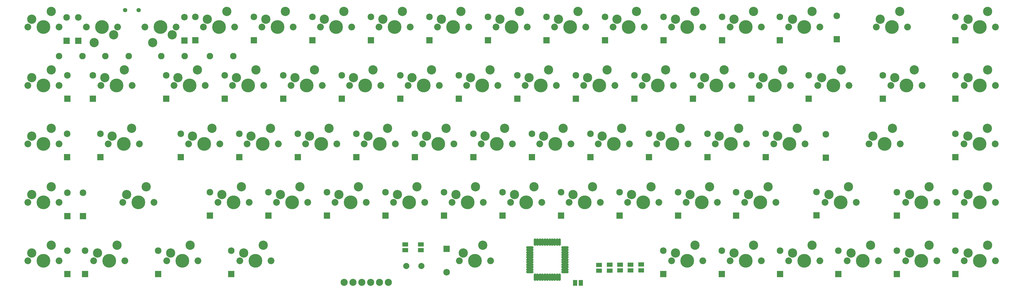
<source format=gts>
G04 #@! TF.FileFunction,Soldermask,Top*
%FSLAX46Y46*%
G04 Gerber Fmt 4.6, Leading zero omitted, Abs format (unit mm)*
G04 Created by KiCad (PCBNEW 4.0.2-stable) date Wednesday, August 24, 2016 'PMt' 02:45:41 PM*
%MOMM*%
G01*
G04 APERTURE LIST*
%ADD10C,0.020000*%
%ADD11R,1.905000X1.397000*%
%ADD12R,1.397000X1.905000*%
%ADD13O,0.914400X2.407920*%
%ADD14O,2.407920X0.914400*%
%ADD15C,1.408000*%
%ADD16C,2.108000*%
%ADD17C,2.009140*%
%ADD18C,4.488180*%
%ADD19C,3.007360*%
%ADD20C,2.207260*%
%ADD21C,2.159000*%
%ADD22R,2.159000X2.159000*%
%ADD23C,2.308000*%
G04 APERTURE END LIST*
D10*
D11*
X226568000Y-233235500D03*
X226568000Y-235140500D03*
X231648000Y-233235500D03*
X231648000Y-235140500D03*
D12*
X283730700Y-245795800D03*
X281825700Y-245795800D03*
D11*
X293141400Y-239890300D03*
X293141400Y-241795300D03*
X296494200Y-239864900D03*
X296494200Y-241769900D03*
X299923200Y-239839500D03*
X299923200Y-241744500D03*
X303326800Y-239814100D03*
X303326800Y-241719100D03*
X289661600Y-239941100D03*
X289661600Y-241846100D03*
D13*
X272796000Y-243967000D03*
X273596100Y-243967000D03*
X274396200Y-243967000D03*
X275196300Y-243967000D03*
X275996400Y-243967000D03*
X276796500Y-243967000D03*
X271995900Y-243967000D03*
X271195800Y-243967000D03*
X270395700Y-243967000D03*
X269595600Y-243967000D03*
X268795500Y-243967000D03*
X272796000Y-232537000D03*
X273596100Y-232537000D03*
X274396200Y-232537000D03*
X275196300Y-232537000D03*
X275996400Y-232537000D03*
X276796500Y-232537000D03*
X271995900Y-232537000D03*
X271195800Y-232537000D03*
X270395700Y-232537000D03*
X269595600Y-232537000D03*
X268795500Y-232537000D03*
D14*
X278511000Y-238252000D03*
X267081000Y-238252000D03*
X278511000Y-237451900D03*
X267081000Y-237451900D03*
X267081000Y-236651800D03*
X278511000Y-236651800D03*
X278511000Y-235851700D03*
X267081000Y-235851700D03*
X267081000Y-235051600D03*
X278511000Y-235051600D03*
X278511000Y-234251500D03*
X267081000Y-234251500D03*
X267081000Y-239052100D03*
X278511000Y-239052100D03*
X278511000Y-239852200D03*
X267081000Y-239852200D03*
X267081000Y-240652300D03*
X278511000Y-240652300D03*
X278511000Y-241452400D03*
X267081000Y-241452400D03*
X267081000Y-242252500D03*
X278511000Y-242252500D03*
D15*
X135366400Y-156909600D03*
X139766400Y-156909600D03*
D16*
X163017200Y-171907200D03*
X170637200Y-171907200D03*
D17*
X226921060Y-240284000D03*
X231802940Y-240284000D03*
D18*
X108762800Y-238607600D03*
D19*
X111302800Y-233527600D03*
X104952800Y-236067600D03*
D20*
X103682800Y-238607600D03*
X113842800Y-238607600D03*
D18*
X130200400Y-238633000D03*
D19*
X132740400Y-233553000D03*
X126390400Y-236093000D03*
D20*
X125120400Y-238633000D03*
X135280400Y-238633000D03*
D18*
X177825400Y-238607600D03*
D19*
X180365400Y-233527600D03*
X174015400Y-236067600D03*
D20*
X172745400Y-238607600D03*
X182905400Y-238607600D03*
D18*
X318312800Y-238607600D03*
D19*
X320852800Y-233527600D03*
X314502800Y-236067600D03*
D20*
X313232800Y-238607600D03*
X323392800Y-238607600D03*
D18*
X337362800Y-238607600D03*
D19*
X339902800Y-233527600D03*
X333552800Y-236067600D03*
D20*
X332282800Y-238607600D03*
X342442800Y-238607600D03*
D18*
X356412800Y-238607600D03*
D19*
X358952800Y-233527600D03*
X352602800Y-236067600D03*
D20*
X351332800Y-238607600D03*
X361492800Y-238607600D03*
D18*
X375462800Y-238607600D03*
D19*
X378002800Y-233527600D03*
X371652800Y-236067600D03*
D20*
X370382800Y-238607600D03*
X380542800Y-238607600D03*
D18*
X394512800Y-238607600D03*
D19*
X397052800Y-233527600D03*
X390702800Y-236067600D03*
D20*
X389432800Y-238607600D03*
X399592800Y-238607600D03*
D18*
X413562800Y-238607600D03*
D19*
X416102800Y-233527600D03*
X409752800Y-236067600D03*
D20*
X408482800Y-238607600D03*
X418642800Y-238607600D03*
D18*
X108762800Y-219557600D03*
D19*
X111302800Y-214477600D03*
X104952800Y-217017600D03*
D20*
X103682800Y-219557600D03*
X113842800Y-219557600D03*
D18*
X139725400Y-219557600D03*
D19*
X142265400Y-214477600D03*
X135915400Y-217017600D03*
D20*
X134645400Y-219557600D03*
X144805400Y-219557600D03*
D18*
X170662600Y-219557600D03*
D19*
X173202600Y-214477600D03*
X166852600Y-217017600D03*
D20*
X165582600Y-219557600D03*
X175742600Y-219557600D03*
D18*
X189712600Y-219557600D03*
D19*
X192252600Y-214477600D03*
X185902600Y-217017600D03*
D20*
X184632600Y-219557600D03*
X194792600Y-219557600D03*
D18*
X208762600Y-219557600D03*
D19*
X211302600Y-214477600D03*
X204952600Y-217017600D03*
D20*
X203682600Y-219557600D03*
X213842600Y-219557600D03*
D18*
X227812600Y-219557600D03*
D19*
X230352600Y-214477600D03*
X224002600Y-217017600D03*
D20*
X222732600Y-219557600D03*
X232892600Y-219557600D03*
D18*
X246862600Y-219557600D03*
D19*
X249402600Y-214477600D03*
X243052600Y-217017600D03*
D20*
X241782600Y-219557600D03*
X251942600Y-219557600D03*
D18*
X265912600Y-219557600D03*
D19*
X268452600Y-214477600D03*
X262102600Y-217017600D03*
D20*
X260832600Y-219557600D03*
X270992600Y-219557600D03*
D18*
X284962600Y-219557600D03*
D19*
X287502600Y-214477600D03*
X281152600Y-217017600D03*
D20*
X279882600Y-219557600D03*
X290042600Y-219557600D03*
D18*
X304012600Y-219557600D03*
D19*
X306552600Y-214477600D03*
X300202600Y-217017600D03*
D20*
X298932600Y-219557600D03*
X309092600Y-219557600D03*
D18*
X323062600Y-219557600D03*
D19*
X325602600Y-214477600D03*
X319252600Y-217017600D03*
D20*
X317982600Y-219557600D03*
X328142600Y-219557600D03*
D18*
X342112600Y-219557600D03*
D19*
X344652600Y-214477600D03*
X338302600Y-217017600D03*
D20*
X337032600Y-219557600D03*
X347192600Y-219557600D03*
D18*
X368300000Y-219557600D03*
D19*
X370840000Y-214477600D03*
X364490000Y-217017600D03*
D20*
X363220000Y-219557600D03*
X373380000Y-219557600D03*
D18*
X394512800Y-219557600D03*
D19*
X397052800Y-214477600D03*
X390702800Y-217017600D03*
D20*
X389432800Y-219557600D03*
X399592800Y-219557600D03*
D18*
X413562800Y-219557600D03*
D19*
X416102800Y-214477600D03*
X409752800Y-217017600D03*
D20*
X408482800Y-219557600D03*
X418642800Y-219557600D03*
D18*
X108762800Y-200507600D03*
D19*
X111302800Y-195427600D03*
X104952800Y-197967600D03*
D20*
X103682800Y-200507600D03*
X113842800Y-200507600D03*
D18*
X134950200Y-200507600D03*
D19*
X137490200Y-195427600D03*
X131140200Y-197967600D03*
D20*
X129870200Y-200507600D03*
X140030200Y-200507600D03*
D18*
X161137600Y-200507600D03*
D19*
X163677600Y-195427600D03*
X157327600Y-197967600D03*
D20*
X156057600Y-200507600D03*
X166217600Y-200507600D03*
D18*
X180187600Y-200507600D03*
D19*
X182727600Y-195427600D03*
X176377600Y-197967600D03*
D20*
X175107600Y-200507600D03*
X185267600Y-200507600D03*
D18*
X199237600Y-200507600D03*
D19*
X201777600Y-195427600D03*
X195427600Y-197967600D03*
D20*
X194157600Y-200507600D03*
X204317600Y-200507600D03*
D18*
X218287600Y-200507600D03*
D19*
X220827600Y-195427600D03*
X214477600Y-197967600D03*
D20*
X213207600Y-200507600D03*
X223367600Y-200507600D03*
D18*
X237337600Y-200507600D03*
D19*
X239877600Y-195427600D03*
X233527600Y-197967600D03*
D20*
X232257600Y-200507600D03*
X242417600Y-200507600D03*
D18*
X256387600Y-200507600D03*
D19*
X258927600Y-195427600D03*
X252577600Y-197967600D03*
D20*
X251307600Y-200507600D03*
X261467600Y-200507600D03*
D18*
X275437600Y-200507600D03*
D19*
X277977600Y-195427600D03*
X271627600Y-197967600D03*
D20*
X270357600Y-200507600D03*
X280517600Y-200507600D03*
D18*
X294487600Y-200507600D03*
D19*
X297027600Y-195427600D03*
X290677600Y-197967600D03*
D20*
X289407600Y-200507600D03*
X299567600Y-200507600D03*
D18*
X313537600Y-200507600D03*
D19*
X316077600Y-195427600D03*
X309727600Y-197967600D03*
D20*
X308457600Y-200507600D03*
X318617600Y-200507600D03*
D18*
X332587600Y-200507600D03*
D19*
X335127600Y-195427600D03*
X328777600Y-197967600D03*
D20*
X327507600Y-200507600D03*
X337667600Y-200507600D03*
D18*
X351637600Y-200507600D03*
D19*
X354177600Y-195427600D03*
X347827600Y-197967600D03*
D20*
X346557600Y-200507600D03*
X356717600Y-200507600D03*
D18*
X382600200Y-200507600D03*
D19*
X385140200Y-195427600D03*
X378790200Y-197967600D03*
D20*
X377520200Y-200507600D03*
X387680200Y-200507600D03*
D18*
X413537400Y-200507600D03*
D19*
X416077400Y-195427600D03*
X409727400Y-197967600D03*
D20*
X408457400Y-200507600D03*
X418617400Y-200507600D03*
D18*
X108762800Y-181457600D03*
D19*
X111302800Y-176377600D03*
X104952800Y-178917600D03*
D20*
X103682800Y-181457600D03*
X113842800Y-181457600D03*
D18*
X132562600Y-181457600D03*
D19*
X135102600Y-176377600D03*
X128752600Y-178917600D03*
D20*
X127482600Y-181457600D03*
X137642600Y-181457600D03*
D18*
X156387800Y-181457600D03*
D19*
X158927800Y-176377600D03*
X152577800Y-178917600D03*
D20*
X151307800Y-181457600D03*
X161467800Y-181457600D03*
D18*
X175437800Y-181457600D03*
D19*
X177977800Y-176377600D03*
X171627800Y-178917600D03*
D20*
X170357800Y-181457600D03*
X180517800Y-181457600D03*
D18*
X194487800Y-181457600D03*
D19*
X197027800Y-176377600D03*
X190677800Y-178917600D03*
D20*
X189407800Y-181457600D03*
X199567800Y-181457600D03*
D18*
X213537800Y-181457600D03*
D19*
X216077800Y-176377600D03*
X209727800Y-178917600D03*
D20*
X208457800Y-181457600D03*
X218617800Y-181457600D03*
D18*
X232587800Y-181457600D03*
D19*
X235127800Y-176377600D03*
X228777800Y-178917600D03*
D20*
X227507800Y-181457600D03*
X237667800Y-181457600D03*
D18*
X251637800Y-181457600D03*
D19*
X254177800Y-176377600D03*
X247827800Y-178917600D03*
D20*
X246557800Y-181457600D03*
X256717800Y-181457600D03*
D18*
X270687800Y-181457600D03*
D19*
X273227800Y-176377600D03*
X266877800Y-178917600D03*
D20*
X265607800Y-181457600D03*
X275767800Y-181457600D03*
D18*
X289737800Y-181457600D03*
D19*
X292277800Y-176377600D03*
X285927800Y-178917600D03*
D20*
X284657800Y-181457600D03*
X294817800Y-181457600D03*
D18*
X308787800Y-181457600D03*
D19*
X311327800Y-176377600D03*
X304977800Y-178917600D03*
D20*
X303707800Y-181457600D03*
X313867800Y-181457600D03*
D18*
X327837800Y-181457600D03*
D19*
X330377800Y-176377600D03*
X324027800Y-178917600D03*
D20*
X322757800Y-181457600D03*
X332917800Y-181457600D03*
D18*
X346887800Y-181457600D03*
D19*
X349427800Y-176377600D03*
X343077800Y-178917600D03*
D20*
X341807800Y-181457600D03*
X351967800Y-181457600D03*
D18*
X365937800Y-181457600D03*
D19*
X368477800Y-176377600D03*
X362127800Y-178917600D03*
D20*
X360857800Y-181457600D03*
X371017800Y-181457600D03*
D18*
X389737600Y-181457600D03*
D19*
X392277600Y-176377600D03*
X385927600Y-178917600D03*
D20*
X384657600Y-181457600D03*
X394817600Y-181457600D03*
D18*
X413562800Y-181457600D03*
D19*
X416102800Y-176377600D03*
X409752800Y-178917600D03*
D20*
X408482800Y-181457600D03*
X418642800Y-181457600D03*
D18*
X108762800Y-162407600D03*
D19*
X111302800Y-157327600D03*
X104952800Y-159867600D03*
D20*
X103682800Y-162407600D03*
X113842800Y-162407600D03*
D18*
X127812800Y-162407600D03*
D19*
X125272800Y-167487600D03*
X131622800Y-164947600D03*
D20*
X132892800Y-162407600D03*
X122732800Y-162407600D03*
D18*
X146862800Y-162407600D03*
D19*
X144322800Y-167487600D03*
X150672800Y-164947600D03*
D20*
X151942800Y-162407600D03*
X141782800Y-162407600D03*
D18*
X165912800Y-162407600D03*
D19*
X168452800Y-157327600D03*
X162102800Y-159867600D03*
D20*
X160832800Y-162407600D03*
X170992800Y-162407600D03*
D18*
X184962800Y-162407600D03*
D19*
X187502800Y-157327600D03*
X181152800Y-159867600D03*
D20*
X179882800Y-162407600D03*
X190042800Y-162407600D03*
D18*
X204012800Y-162407600D03*
D19*
X206552800Y-157327600D03*
X200202800Y-159867600D03*
D20*
X198932800Y-162407600D03*
X209092800Y-162407600D03*
D18*
X223062800Y-162407600D03*
D19*
X225602800Y-157327600D03*
X219252800Y-159867600D03*
D20*
X217982800Y-162407600D03*
X228142800Y-162407600D03*
D18*
X242112800Y-162407600D03*
D19*
X244652800Y-157327600D03*
X238302800Y-159867600D03*
D20*
X237032800Y-162407600D03*
X247192800Y-162407600D03*
D18*
X261162800Y-162407600D03*
D19*
X263702800Y-157327600D03*
X257352800Y-159867600D03*
D20*
X256082800Y-162407600D03*
X266242800Y-162407600D03*
D18*
X280212800Y-162407600D03*
D19*
X282752800Y-157327600D03*
X276402800Y-159867600D03*
D20*
X275132800Y-162407600D03*
X285292800Y-162407600D03*
D18*
X299262800Y-162407600D03*
D19*
X301802800Y-157327600D03*
X295452800Y-159867600D03*
D20*
X294182800Y-162407600D03*
X304342800Y-162407600D03*
D18*
X318312800Y-162407600D03*
D19*
X320852800Y-157327600D03*
X314502800Y-159867600D03*
D20*
X313232800Y-162407600D03*
X323392800Y-162407600D03*
D18*
X337362800Y-162407600D03*
D19*
X339902800Y-157327600D03*
X333552800Y-159867600D03*
D20*
X332282800Y-162407600D03*
X342442800Y-162407600D03*
D18*
X356412800Y-162407600D03*
D19*
X358952800Y-157327600D03*
X352602800Y-159867600D03*
D20*
X351332800Y-162407600D03*
X361492800Y-162407600D03*
D18*
X384987800Y-162407600D03*
D19*
X387527800Y-157327600D03*
X381177800Y-159867600D03*
D20*
X379907800Y-162407600D03*
X390067800Y-162407600D03*
D18*
X413562800Y-162407600D03*
D19*
X416102800Y-157327600D03*
X409752800Y-159867600D03*
D20*
X408482800Y-162407600D03*
X418642800Y-162407600D03*
D18*
X249250200Y-238607600D03*
D19*
X251790200Y-233527600D03*
X245440200Y-236067600D03*
D20*
X244170200Y-238607600D03*
X254330200Y-238607600D03*
D21*
X116586000Y-235331000D03*
D22*
X116586000Y-242951000D03*
D21*
X122301000Y-235331000D03*
D22*
X122301000Y-242951000D03*
D21*
X146113500Y-235331000D03*
D22*
X146113500Y-242951000D03*
D21*
X169926000Y-235331000D03*
D22*
X169926000Y-242951000D03*
D21*
X240030000Y-242316000D03*
D22*
X240030000Y-234696000D03*
D21*
X310578500Y-235331000D03*
D22*
X310578500Y-242951000D03*
D21*
X329565000Y-235331000D03*
D22*
X329565000Y-242951000D03*
D21*
X348551500Y-235331000D03*
D22*
X348551500Y-242951000D03*
D21*
X367538000Y-235331000D03*
D22*
X367538000Y-242951000D03*
D21*
X386588000Y-235331000D03*
D22*
X386588000Y-242951000D03*
D21*
X405638000Y-235331000D03*
D22*
X405638000Y-242951000D03*
D21*
X116586000Y-216408000D03*
D22*
X116586000Y-224028000D03*
D21*
X121666000Y-216408000D03*
D22*
X121666000Y-224028000D03*
D21*
X163004500Y-216281000D03*
D22*
X163004500Y-223901000D03*
D21*
X182054500Y-216281000D03*
D22*
X182054500Y-223901000D03*
D21*
X201104500Y-216281000D03*
D22*
X201104500Y-223901000D03*
D21*
X220154500Y-216281000D03*
D22*
X220154500Y-223901000D03*
D21*
X239204500Y-216281000D03*
D22*
X239204500Y-223901000D03*
D21*
X258254500Y-216281000D03*
D22*
X258254500Y-223901000D03*
D21*
X277304500Y-216281000D03*
D22*
X277304500Y-223901000D03*
D21*
X296354500Y-216281000D03*
D22*
X296354500Y-223901000D03*
D21*
X315404500Y-216281000D03*
D22*
X315404500Y-223901000D03*
D21*
X334264000Y-216281000D03*
D22*
X334264000Y-223901000D03*
D21*
X360426000Y-216154000D03*
D22*
X360426000Y-223774000D03*
D21*
X386588000Y-216281000D03*
D22*
X386588000Y-223901000D03*
D21*
X405638000Y-216281000D03*
D22*
X405638000Y-223901000D03*
D21*
X116522500Y-197231000D03*
D22*
X116522500Y-204851000D03*
D21*
X127317500Y-197231000D03*
D22*
X127317500Y-204851000D03*
D21*
X153479500Y-197231000D03*
D22*
X153479500Y-204851000D03*
D21*
X172529500Y-197231000D03*
D22*
X172529500Y-204851000D03*
D21*
X191579500Y-197231000D03*
D22*
X191579500Y-204851000D03*
D21*
X210629500Y-197231000D03*
D22*
X210629500Y-204851000D03*
D21*
X229679500Y-197231000D03*
D22*
X229679500Y-204851000D03*
D21*
X248729500Y-197231000D03*
D22*
X248729500Y-204851000D03*
D21*
X267779500Y-197231000D03*
D22*
X267779500Y-204851000D03*
D21*
X286829500Y-197231000D03*
D22*
X286829500Y-204851000D03*
D21*
X305879500Y-197231000D03*
D22*
X305879500Y-204851000D03*
D21*
X324929500Y-197231000D03*
D22*
X324929500Y-204851000D03*
D21*
X343916000Y-197231000D03*
D22*
X343916000Y-204851000D03*
D21*
X363474000Y-197358000D03*
D22*
X363474000Y-204978000D03*
D21*
X405638000Y-197231000D03*
D22*
X405638000Y-204851000D03*
D21*
X116586000Y-178181000D03*
D22*
X116586000Y-185801000D03*
D21*
X124841000Y-178181000D03*
D22*
X124841000Y-185801000D03*
D21*
X148717000Y-178181000D03*
D22*
X148717000Y-185801000D03*
D21*
X167767000Y-178181000D03*
D22*
X167767000Y-185801000D03*
D21*
X186817000Y-178181000D03*
D22*
X186817000Y-185801000D03*
D21*
X205867000Y-178181000D03*
D22*
X205867000Y-185801000D03*
D21*
X224917000Y-178181000D03*
D22*
X224917000Y-185801000D03*
D21*
X243967000Y-178181000D03*
D22*
X243967000Y-185801000D03*
D21*
X263017000Y-178181000D03*
D22*
X263017000Y-185801000D03*
D21*
X282067000Y-178181000D03*
D22*
X282067000Y-185801000D03*
D21*
X301117000Y-178181000D03*
D22*
X301117000Y-185801000D03*
D21*
X320167000Y-178181000D03*
D22*
X320167000Y-185801000D03*
D21*
X339217000Y-178181000D03*
D22*
X339217000Y-185801000D03*
D21*
X357886000Y-178181000D03*
D22*
X357886000Y-185801000D03*
D21*
X382016000Y-178181000D03*
D22*
X382016000Y-185801000D03*
D21*
X405638000Y-178181000D03*
D22*
X405638000Y-185801000D03*
D21*
X116332000Y-159258000D03*
D22*
X116332000Y-166878000D03*
D21*
X120142000Y-159258000D03*
D22*
X120142000Y-166878000D03*
D21*
X154686000Y-159156400D03*
D22*
X154686000Y-166776400D03*
D21*
X158242000Y-159131000D03*
D22*
X158242000Y-166751000D03*
D21*
X177292000Y-159131000D03*
D22*
X177292000Y-166751000D03*
D21*
X196342000Y-159131000D03*
D22*
X196342000Y-166751000D03*
D21*
X215392000Y-159131000D03*
D22*
X215392000Y-166751000D03*
D21*
X234442000Y-159131000D03*
D22*
X234442000Y-166751000D03*
D21*
X253492000Y-159131000D03*
D22*
X253492000Y-166751000D03*
D21*
X272542000Y-159131000D03*
D22*
X272542000Y-166751000D03*
D21*
X291592000Y-159131000D03*
D22*
X291592000Y-166751000D03*
D21*
X310642000Y-159131000D03*
D22*
X310642000Y-166751000D03*
D21*
X329692000Y-159131000D03*
D22*
X329692000Y-166751000D03*
D21*
X348488000Y-159131000D03*
D22*
X348488000Y-166751000D03*
D21*
X367030000Y-158750000D03*
D22*
X367030000Y-166370000D03*
D21*
X405638000Y-159131000D03*
D22*
X405638000Y-166751000D03*
D16*
X113842800Y-171907200D03*
X121462800Y-171907200D03*
X128930400Y-171907200D03*
X136550400Y-171907200D03*
X147167600Y-171907200D03*
X154787600Y-171907200D03*
D18*
X154000200Y-238607600D03*
D19*
X156540200Y-233527600D03*
X150190200Y-236067600D03*
D20*
X148920200Y-238607600D03*
X159080200Y-238607600D03*
D23*
X206705200Y-245643400D03*
X215315800Y-245643400D03*
X209575400Y-245643400D03*
X218186000Y-245668800D03*
X212445600Y-245643400D03*
X221056200Y-245668800D03*
M02*

</source>
